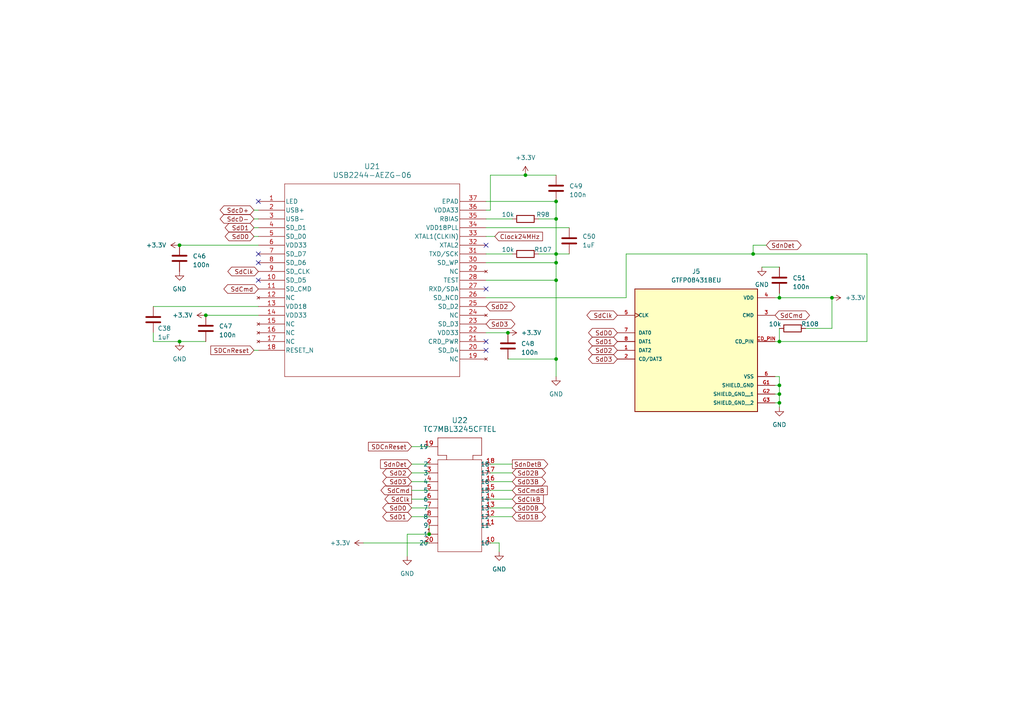
<source format=kicad_sch>
(kicad_sch (version 20230121) (generator eeschema)
  (paper "A4")
  (lib_symbols
    (symbol "Device:C" (pin_numbers hide) (pin_names (offset 0.254))
      (property "Reference" "C" (at 0.635 2.54 0))
      (property "Value" "C" (at 0.635 -2.54 0))
      (symbol "C_0_1"
        (polyline (pts (xy -2.032 -0.762) (xy 2.032 -0.762)) (stroke (width 0.508)))
        (polyline (pts (xy -2.032 0.762) (xy 2.032 0.762)) (stroke (width 0.508)))
      )
      (symbol "C_1_1"
        (pin passive line (at 0 3.81 270) (length 2.794) (name "~") (number "1"))
        (pin passive line (at 0 -3.81 90) (length 2.794) (name "~") (number "2"))
      )
    )
    (symbol "Device:R" (pin_numbers hide) (pin_names (offset 0))
      (property "Reference" "R" (at 2.032 0 90))
      (property "Value" "R" (at 0 0 90))
      (symbol "R_0_1"
        (rectangle (start -1.016 -2.54) (end 1.016 2.54) (stroke (width 0.254)))
      )
      (symbol "R_1_1"
        (pin passive line (at 0 3.81 270) (length 1.27) (name "~") (number "1"))
        (pin passive line (at 0 -3.81 90) (length 1.27) (name "~") (number "2"))
      )
    )
    (symbol "addOnTemplate:USB2244-AEZG-06" (pin_names (offset 0.254))
      (property "Reference" "U" (at 33.02 10.16 0))
      (property "Value" "USB2244-AEZG-06" (at 33.02 7.62 0))
      (symbol "USB2244-AEZG-06_0_1"
        (polyline (pts (xy 7.62 -50.8) (xy 58.42 -50.8)) (stroke (width 0.127)))
        (polyline (pts (xy 7.62 5.08) (xy 7.62 -50.8)) (stroke (width 0.127)))
        (polyline (pts (xy 58.42 -50.8) (xy 58.42 5.08)) (stroke (width 0.127)))
        (polyline (pts (xy 58.42 5.08) (xy 7.62 5.08)) (stroke (width 0.127)))
        (pin bidirectional line (at 0 0 0) (length 7.62) (name "LED") (number "1"))
        (pin bidirectional line (at 0 -22.86 0) (length 7.62) (name "SD_D5") (number "10"))
        (pin bidirectional line (at 0 -25.4 0) (length 7.62) (name "SD_CMD") (number "11"))
        (pin no_connect line (at 0 -27.94 0) (length 7.62) (name "NC") (number "12"))
        (pin power_in line (at 0 -30.48 0) (length 7.62) (name "VDD18") (number "13"))
        (pin power_in line (at 0 -33.02 0) (length 7.62) (name "VDD33") (number "14"))
        (pin no_connect line (at 0 -35.56 0) (length 7.62) (name "NC") (number "15"))
        (pin no_connect line (at 0 -38.1 0) (length 7.62) (name "NC") (number "16"))
        (pin no_connect line (at 0 -40.64 0) (length 7.62) (name "NC") (number "17"))
        (pin input line (at 0 -43.18 0) (length 7.62) (name "RESET_N") (number "18"))
        (pin no_connect line (at 66.04 -45.72 180) (length 7.62) (name "NC") (number "19"))
        (pin bidirectional line (at 0 -2.54 0) (length 7.62) (name "USB+") (number "2"))
        (pin bidirectional line (at 66.04 -43.18 180) (length 7.62) (name "SD_D4") (number "20"))
        (pin bidirectional line (at 66.04 -40.64 180) (length 7.62) (name "CRD_PWR") (number "21"))
        (pin power_in line (at 66.04 -38.1 180) (length 7.62) (name "VDD33") (number "22"))
        (pin bidirectional line (at 66.04 -35.56 180) (length 7.62) (name "SD_D3") (number "23"))
        (pin no_connect line (at 66.04 -33.02 180) (length 7.62) (name "NC") (number "24"))
        (pin bidirectional line (at 66.04 -30.48 180) (length 7.62) (name "SD_D2") (number "25"))
        (pin bidirectional line (at 66.04 -27.94 180) (length 7.62) (name "SD_NCD") (number "26"))
        (pin bidirectional line (at 66.04 -25.4 180) (length 7.62) (name "RXD/SDA") (number "27"))
        (pin input line (at 66.04 -22.86 180) (length 7.62) (name "TEST") (number "28"))
        (pin no_connect line (at 66.04 -20.32 180) (length 7.62) (name "NC") (number "29"))
        (pin bidirectional line (at 0 -5.08 0) (length 7.62) (name "USB-") (number "3"))
        (pin unspecified line (at 66.04 -17.78 180) (length 7.62) (name "SD_WP") (number "30"))
        (pin bidirectional line (at 66.04 -15.24 180) (length 7.62) (name "TXD/SCK") (number "31"))
        (pin output line (at 66.04 -12.7 180) (length 7.62) (name "XTAL2") (number "32"))
        (pin input line (at 66.04 -10.16 180) (length 7.62) (name "XTAL1(CLKIN)") (number "33"))
        (pin power_in line (at 66.04 -7.62 180) (length 7.62) (name "VDD18PLL") (number "34"))
        (pin input line (at 66.04 -5.08 180) (length 7.62) (name "RBIAS") (number "35"))
        (pin power_in line (at 66.04 -2.54 180) (length 7.62) (name "VDDA33") (number "36"))
        (pin unspecified line (at 66.04 0 180) (length 7.62) (name "EPAD") (number "37"))
        (pin bidirectional line (at 0 -7.62 0) (length 7.62) (name "SD_D1") (number "4"))
        (pin bidirectional line (at 0 -10.16 0) (length 7.62) (name "SD_D0") (number "5"))
        (pin power_in line (at 0 -12.7 0) (length 7.62) (name "VDD33") (number "6"))
        (pin bidirectional line (at 0 -15.24 0) (length 7.62) (name "SD_D7") (number "7"))
        (pin bidirectional line (at 0 -17.78 0) (length 7.62) (name "SD_D6") (number "8"))
        (pin output line (at 0 -20.32 0) (length 7.62) (name "SD_CLK") (number "9"))
      )
    )
    (symbol "cpuAddOn:GTFP08431BEU" (pin_names (offset 1.016))
      (property "Reference" "J" (at -17.78 16.002 0))
      (property "Value" "GTFP08431BEU" (at -17.78 -22.86 0))
      (symbol "GTFP08431BEU_0_0"
        (rectangle (start -17.78 -20.32) (end 17.78 15.24) (stroke (width 0.254)) (fill (type background)))
        (pin bidirectional line (at -22.86 -2.54 0) (length 5.08) (name "DAT2") (number "1"))
        (pin bidirectional line (at -22.86 -5.08 0) (length 5.08) (name "CD/DAT3") (number "2"))
        (pin bidirectional line (at 22.86 7.62 180) (length 5.08) (name "CMD") (number "3"))
        (pin power_in line (at 22.86 12.7 180) (length 5.08) (name "VDD") (number "4"))
        (pin bidirectional clock (at -22.86 7.62 0) (length 5.08) (name "CLK") (number "5"))
        (pin power_in line (at 22.86 -10.16 180) (length 5.08) (name "VSS") (number "6"))
        (pin bidirectional line (at -22.86 2.54 0) (length 5.08) (name "DAT0") (number "7"))
        (pin bidirectional line (at -22.86 0 0) (length 5.08) (name "DAT1") (number "8"))
        (pin bidirectional line (at 22.86 0 180) (length 5.08) (name "CD_PIN") (number "CD_PIN"))
        (pin power_in line (at 22.86 -12.7 180) (length 5.08) (name "SHIELD_GND") (number "G1"))
        (pin power_in line (at 22.86 -15.24 180) (length 5.08) (name "SHIELD_GND__1") (number "G2"))
        (pin power_in line (at 22.86 -17.78 180) (length 5.08) (name "SHIELD_GND__2") (number "G3"))
      )
    )
    (symbol "cpuAddOn:TC7MBL3245CFTEL" (pin_names (offset 0.254))
      (property "Reference" "U" (at 0 0 0))
      (property "Value" "TC7MBL3245CFTEL" (at 0 0 0))
      (symbol "TC7MBL3245CFTEL_0_1"
        (polyline (pts (xy -2.54 -30.48) (xy 0 -30.48)))
        (polyline (pts (xy -2.54 -27.94) (xy 0 -27.94)))
        (polyline (pts (xy -2.54 -25.4) (xy 0 -25.4)))
        (polyline (pts (xy -2.54 -22.86) (xy 0 -22.86)))
        (polyline (pts (xy -2.54 -20.32) (xy 0 -20.32)))
        (polyline (pts (xy -2.54 -17.78) (xy 0 -17.78)))
        (polyline (pts (xy -2.54 -15.24) (xy 0 -15.24)))
        (polyline (pts (xy -2.54 -12.7) (xy 0 -12.7)))
        (polyline (pts (xy -2.54 -10.16) (xy 0 -10.16)))
        (polyline (pts (xy -2.54 -7.62) (xy 0 -7.62)))
        (polyline (pts (xy -2.54 -2.54) (xy 0 -2.54)))
        (polyline (pts (xy 0 -33.02) (xy 0 -6.35)) (stroke (width 0.127)))
        (polyline (pts (xy 0 -6.35) (xy 12.7 -6.35)) (stroke (width 0.127)))
        (polyline (pts (xy 0 -5.08) (xy 0 0)))
        (polyline (pts (xy 0 0) (xy 12.7 0)))
        (polyline (pts (xy 2.54 -5.08) (xy 0 -5.08)))
        (polyline (pts (xy 2.54 -5.08) (xy 2.54 -6.35)))
        (polyline (pts (xy 10.16 -5.08) (xy 10.16 -6.35)))
        (polyline (pts (xy 12.7 -33.02) (xy 0 -33.02)) (stroke (width 0.127)))
        (polyline (pts (xy 12.7 -6.35) (xy 12.7 -33.02)) (stroke (width 0.127)))
        (polyline (pts (xy 12.7 -5.08) (xy 10.16 -5.08)))
        (polyline (pts (xy 12.7 0) (xy 12.7 -5.08)))
        (polyline (pts (xy 15.24 -30.48) (xy 12.7 -30.48)))
        (polyline (pts (xy 15.24 -25.4) (xy 12.7 -25.4)))
        (polyline (pts (xy 15.24 -22.86) (xy 12.7 -22.86)))
        (polyline (pts (xy 15.24 -20.32) (xy 12.7 -20.32)))
        (polyline (pts (xy 15.24 -17.78) (xy 12.7 -17.78)))
        (polyline (pts (xy 15.24 -15.24) (xy 12.7 -15.24)))
        (polyline (pts (xy 15.24 -12.7) (xy 12.7 -12.7)))
        (polyline (pts (xy 15.24 -10.16) (xy 12.7 -10.16)))
        (polyline (pts (xy 15.24 -7.62) (xy 12.7 -7.62)))
        (pin unspecified line (at -2.5146 -27.94 180) (length 0.0254) (name "1") (number "1"))
        (pin unspecified line (at 15.2654 -30.48 180) (length 0.0254) (name "10") (number "10"))
        (pin unspecified line (at 15.2654 -25.4 180) (length 0.0254) (name "11") (number "11"))
        (pin unspecified line (at 15.2654 -22.86 180) (length 0.0254) (name "12") (number "12"))
        (pin unspecified line (at 15.2654 -20.32 180) (length 0.0254) (name "13") (number "13"))
        (pin unspecified line (at 15.2654 -17.78 180) (length 0.0254) (name "14") (number "14"))
        (pin unspecified line (at 15.2654 -15.24 180) (length 0.0254) (name "15") (number "15"))
        (pin unspecified line (at 15.2654 -12.7 180) (length 0.0254) (name "16") (number "16"))
        (pin unspecified line (at 15.2654 -10.16 180) (length 0.0254) (name "17") (number "17"))
        (pin unspecified line (at 15.2654 -7.62 180) (length 0.0254) (name "18") (number "18"))
        (pin unspecified line (at -2.5146 -2.54 180) (length 0.0254) (name "19") (number "19"))
        (pin unspecified line (at -2.5146 -7.62 180) (length 0.0254) (name "2") (number "2"))
        (pin unspecified line (at -2.5146 -30.48 180) (length 0.0254) (name "20") (number "20"))
        (pin unspecified line (at -2.5146 -10.16 180) (length 0.0254) (name "3") (number "3"))
        (pin unspecified line (at -2.5146 -12.7 180) (length 0.0254) (name "4") (number "4"))
        (pin unspecified line (at -2.5146 -15.24 180) (length 0.0254) (name "5") (number "5"))
        (pin unspecified line (at -2.5146 -17.78 180) (length 0.0254) (name "6") (number "6"))
        (pin unspecified line (at -2.5146 -20.32 180) (length 0.0254) (name "7") (number "7"))
        (pin unspecified line (at -2.5146 -22.86 180) (length 0.0254) (name "8") (number "8"))
        (pin unspecified line (at -2.5146 -25.4 180) (length 0.0254) (name "9") (number "9"))
      )
    )
    (symbol "power:+3.3V" (power) (pin_names (offset 0))
      (property "Value" "+3.3V" (at 0 3.556 0))
      (symbol "+3.3V_0_1"
        (polyline (pts (xy -0.762 1.27) (xy 0 2.54)))
        (polyline (pts (xy 0 0) (xy 0 2.54)))
        (polyline (pts (xy 0 2.54) (xy 0.762 1.27)))
      )
      (symbol "+3.3V_1_1"
        (pin power_in line (at 0 0 90) (length 0) hide (name "+3.3V") (number "1"))
      )
    )
    (symbol "power:GND" (power) (pin_names (offset 0))
      (property "Value" "GND" (at 0 -3.81 0))
      (symbol "GND_0_1"
        (polyline (pts (xy 0 0) (xy 0 -1.27) (xy 1.27 -1.27) (xy 0 -2.54) (xy -1.27 -1.27) (xy 0 -1.27)))
      )
      (symbol "GND_1_1"
        (pin power_in line (at 0 0 270) (length 0) hide (name "GND") (number "1"))
      )
    )
  )
  (junction (at 59.69 91.44))
  (junction (at 241.3 86.36))
  (junction (at 147.32 96.52))
  (junction (at 152.4 50.8))
  (junction (at 226.06 111.76))
  (junction (at 124.46 154.94))
  (junction (at 161.29 63.5))
  (junction (at 161.29 76.2))
  (junction (at 226.06 99.06))
  (junction (at 161.29 104.14))
  (junction (at 161.29 81.28))
  (junction (at 52.07 71.12))
  (junction (at 161.29 73.66))
  (junction (at 161.29 58.42))
  (junction (at 52.07 99.06))
  (junction (at 218.44 73.66))
  (junction (at 226.06 114.3))
  (junction (at 226.06 86.36))
  (junction (at 226.06 116.84))
  (no_connect (at 74.93 76.2))
  (no_connect (at 140.97 71.12))
  (no_connect (at 74.93 58.42))
  (no_connect (at 74.93 81.28))
  (no_connect (at 74.93 73.66))
  (no_connect (at 140.97 101.6))
  (no_connect (at 140.97 83.82))
  (no_connect (at 140.97 99.06))
  (wire (pts (xy 119.38 137.16) (xy 124.4854 137.16)))
  (wire (pts (xy 73.66 66.04) (xy 74.93 66.04)))
  (wire (pts (xy 73.66 101.6) (xy 74.93 101.6)))
  (wire (pts (xy 142.2654 157.48) (xy 144.78 157.48)))
  (wire (pts (xy 161.29 73.66) (xy 165.1 73.66)))
  (wire (pts (xy 140.97 73.66) (xy 148.59 73.66)))
  (wire (pts (xy 218.44 73.66) (xy 251.46 73.66)))
  (wire (pts (xy 147.32 104.14) (xy 161.29 104.14)))
  (wire (pts (xy 44.45 88.9) (xy 74.93 88.9)))
  (wire (pts (xy 224.79 86.36) (xy 226.06 86.36)))
  (wire (pts (xy 140.97 66.04) (xy 165.1 66.04)))
  (wire (pts (xy 222.25 71.12) (xy 218.44 71.12)))
  (wire (pts (xy 226.06 111.76) (xy 226.06 114.3)))
  (wire (pts (xy 226.06 95.25) (xy 226.06 99.06)))
  (wire (pts (xy 124.46 154.94) (xy 124.4854 154.94)))
  (wire (pts (xy 226.06 114.3) (xy 226.06 116.84)))
  (wire (pts (xy 142.2654 149.86) (xy 148.59 149.86)))
  (wire (pts (xy 73.66 63.5) (xy 74.93 63.5)))
  (wire (pts (xy 226.06 116.84) (xy 226.06 118.11)))
  (wire (pts (xy 142.2654 144.78) (xy 148.59 144.78)))
  (wire (pts (xy 161.29 58.42) (xy 161.29 63.5)))
  (wire (pts (xy 142.2654 137.16) (xy 148.59 137.16)))
  (wire (pts (xy 224.79 114.3) (xy 226.06 114.3)))
  (wire (pts (xy 52.07 71.12) (xy 74.93 71.12)))
  (wire (pts (xy 44.45 99.06) (xy 52.07 99.06)))
  (wire (pts (xy 140.97 96.52) (xy 147.32 96.52)))
  (wire (pts (xy 52.07 99.06) (xy 59.69 99.06)))
  (wire (pts (xy 142.2654 139.7) (xy 148.59 139.7)))
  (wire (pts (xy 226.06 109.22) (xy 226.06 111.76)))
  (wire (pts (xy 119.38 139.7) (xy 124.4854 139.7)))
  (wire (pts (xy 220.98 77.47) (xy 226.06 77.47)))
  (wire (pts (xy 251.46 73.66) (xy 251.46 99.06)))
  (wire (pts (xy 59.69 91.44) (xy 74.93 91.44)))
  (wire (pts (xy 119.38 134.62) (xy 124.4854 134.62)))
  (wire (pts (xy 241.3 95.25) (xy 241.3 86.36)))
  (wire (pts (xy 140.97 63.5) (xy 148.59 63.5)))
  (wire (pts (xy 152.4 50.8) (xy 142.24 50.8)))
  (wire (pts (xy 142.2654 142.24) (xy 148.59 142.24)))
  (wire (pts (xy 140.97 86.36) (xy 181.61 86.36)))
  (wire (pts (xy 142.24 50.8) (xy 142.24 60.96)))
  (wire (pts (xy 124.46 154.94) (xy 118.11 154.94)))
  (wire (pts (xy 142.2654 147.32) (xy 148.59 147.32)))
  (wire (pts (xy 142.24 60.96) (xy 140.97 60.96)))
  (wire (pts (xy 140.97 81.28) (xy 161.29 81.28)))
  (wire (pts (xy 161.29 63.5) (xy 161.29 73.66)))
  (wire (pts (xy 156.21 73.66) (xy 161.29 73.66)))
  (wire (pts (xy 251.46 99.06) (xy 226.06 99.06)))
  (wire (pts (xy 161.29 76.2) (xy 161.29 81.28)))
  (wire (pts (xy 161.29 50.8) (xy 152.4 50.8)))
  (wire (pts (xy 124.4854 152.4) (xy 124.46 152.4)))
  (wire (pts (xy 161.29 73.66) (xy 161.29 76.2)))
  (wire (pts (xy 73.66 68.58) (xy 74.93 68.58)))
  (wire (pts (xy 161.29 81.28) (xy 161.29 104.14)))
  (wire (pts (xy 156.21 63.5) (xy 161.29 63.5)))
  (wire (pts (xy 226.06 85.09) (xy 226.06 86.36)))
  (wire (pts (xy 73.66 60.96) (xy 74.93 60.96)))
  (wire (pts (xy 142.2654 134.62) (xy 148.59 134.62)))
  (wire (pts (xy 224.79 109.22) (xy 226.06 109.22)))
  (wire (pts (xy 124.46 152.4) (xy 124.46 154.94)))
  (wire (pts (xy 44.45 96.52) (xy 44.45 99.06)))
  (wire (pts (xy 142.24 152.4) (xy 142.2654 152.4)))
  (wire (pts (xy 119.38 144.78) (xy 124.4854 144.78)))
  (wire (pts (xy 118.11 154.94) (xy 118.11 161.29)))
  (wire (pts (xy 218.44 71.12) (xy 218.44 73.66)))
  (wire (pts (xy 140.97 58.42) (xy 161.29 58.42)))
  (wire (pts (xy 119.38 142.24) (xy 124.4854 142.24)))
  (wire (pts (xy 140.97 76.2) (xy 161.29 76.2)))
  (wire (pts (xy 233.68 95.25) (xy 241.3 95.25)))
  (wire (pts (xy 161.29 104.14) (xy 161.29 109.22)))
  (wire (pts (xy 181.61 73.66) (xy 218.44 73.66)))
  (wire (pts (xy 119.38 129.54) (xy 124.4854 129.54)))
  (wire (pts (xy 105.41 157.48) (xy 124.4854 157.48)))
  (wire (pts (xy 181.61 86.36) (xy 181.61 73.66)))
  (wire (pts (xy 226.06 99.06) (xy 224.79 99.06)))
  (wire (pts (xy 226.06 86.36) (xy 241.3 86.36)))
  (wire (pts (xy 144.78 160.02) (xy 144.78 157.48)))
  (wire (pts (xy 119.38 149.86) (xy 124.4854 149.86)))
  (wire (pts (xy 140.97 68.58) (xy 143.51 68.58)))
  (wire (pts (xy 224.79 111.76) (xy 226.06 111.76)))
  (wire (pts (xy 224.79 116.84) (xy 226.06 116.84)))
  (wire (pts (xy 119.38 147.32) (xy 124.4854 147.32)))
  (global_label "SdCmdB" (shape input) (at 148.59 142.24 0) (property "Intersheetrefs" "${INTERSHEET_REFS}" (effects hide)))
  (global_label "SdClk" (shape output) (at 119.38 144.78 180) (property "Intersheetrefs" "${INTERSHEET_REFS}" (effects hide)))
  (global_label "SdD2B" (shape bidirectional) (at 148.59 137.16 0) (property "Intersheetrefs" "${INTERSHEET_REFS}" (effects hide)))
  (global_label "SdCmd" (shape bidirectional) (at 74.93 83.82 180) (property "Intersheetrefs" "${INTERSHEET_REFS}" (effects hide)))
  (global_label "SdD2" (shape bidirectional) (at 119.38 137.16 180) (property "Intersheetrefs" "${INTERSHEET_REFS}" (effects hide)))
  (global_label "SdD0B" (shape bidirectional) (at 148.59 147.32 0) (property "Intersheetrefs" "${INTERSHEET_REFS}" (effects hide)))
  (global_label "SdD3" (shape bidirectional) (at 179.07 104.14 180) (property "Intersheetrefs" "${INTERSHEET_REFS}" (effects hide)))
  (global_label "SdD2" (shape bidirectional) (at 140.97 88.9 0) (property "Intersheetrefs" "${INTERSHEET_REFS}" (effects hide)))
  (global_label "SDCnReset" (shape input) (at 73.66 101.6 180) (property "Intersheetrefs" "${INTERSHEET_REFS}" (effects hide)))
  (global_label "SdClkB" (shape input) (at 148.59 144.78 0) (property "Intersheetrefs" "${INTERSHEET_REFS}" (effects hide)))
  (global_label "SdD3" (shape bidirectional) (at 140.97 93.98 0) (property "Intersheetrefs" "${INTERSHEET_REFS}" (effects hide)))
  (global_label "SdD1" (shape bidirectional) (at 73.66 66.04 180) (property "Intersheetrefs" "${INTERSHEET_REFS}" (effects hide)))
  (global_label "SdD0" (shape bidirectional) (at 73.66 68.58 180) (property "Intersheetrefs" "${INTERSHEET_REFS}" (effects hide)))
  (global_label "SdD3" (shape bidirectional) (at 119.38 139.7 180) (property "Intersheetrefs" "${INTERSHEET_REFS}" (effects hide)))
  (global_label "SdD1B" (shape bidirectional) (at 148.59 149.86 0) (property "Intersheetrefs" "${INTERSHEET_REFS}" (effects hide)))
  (global_label "SDCnReset" (shape input) (at 119.38 129.54 180) (property "Intersheetrefs" "${INTERSHEET_REFS}" (effects hide)))
  (global_label "SdcD-" (shape bidirectional) (at 73.66 63.5 180) (property "Intersheetrefs" "${INTERSHEET_REFS}" (effects hide)))
  (global_label "SdD0" (shape bidirectional) (at 119.38 147.32 180) (property "Intersheetrefs" "${INTERSHEET_REFS}" (effects hide)))
  (global_label "SdD1" (shape bidirectional) (at 179.07 99.06 180) (property "Intersheetrefs" "${INTERSHEET_REFS}" (effects hide)))
  (global_label "SdD3B" (shape bidirectional) (at 148.59 139.7 0) (property "Intersheetrefs" "${INTERSHEET_REFS}" (effects hide)))
  (global_label "SdD0" (shape bidirectional) (at 179.07 96.52 180) (property "Intersheetrefs" "${INTERSHEET_REFS}" (effects hide)))
  (global_label "SdnDet" (shape bidirectional) (at 222.25 71.12 0) (property "Intersheetrefs" "${INTERSHEET_REFS}" (effects hide)))
  (global_label "SdnDet" (shape input) (at 119.38 134.62 180) (property "Intersheetrefs" "${INTERSHEET_REFS}" (effects hide)))
  (global_label "SdD1" (shape bidirectional) (at 119.38 149.86 180) (property "Intersheetrefs" "${INTERSHEET_REFS}" (effects hide)))
  (global_label "SdClk" (shape bidirectional) (at 179.07 91.44 180) (property "Intersheetrefs" "${INTERSHEET_REFS}" (effects hide)))
  (global_label "Clock24MHz" (shape input) (at 143.51 68.58 0) (property "Intersheetrefs" "${INTERSHEET_REFS}" (effects hide)))
  (global_label "SdClk" (shape bidirectional) (at 74.93 78.74 180) (property "Intersheetrefs" "${INTERSHEET_REFS}" (effects hide)))
  (global_label "SdCmd" (shape output) (at 119.38 142.24 180) (property "Intersheetrefs" "${INTERSHEET_REFS}" (effects hide)))
  (global_label "SdnDetB" (shape output) (at 148.59 134.62 0) (property "Intersheetrefs" "${INTERSHEET_REFS}" (effects hide)))
  (global_label "SdD2" (shape bidirectional) (at 179.07 101.6 180) (property "Intersheetrefs" "${INTERSHEET_REFS}" (effects hide)))
  (global_label "SdCmd" (shape bidirectional) (at 224.79 91.44 0) (property "Intersheetrefs" "${INTERSHEET_REFS}" (effects hide)))
  (global_label "SdcD+" (shape bidirectional) (at 73.66 60.96 180) (property "Intersheetrefs" "${INTERSHEET_REFS}" (effects hide)))
  (symbol (lib_id "power:GND") (at 161.29 109.22 0) (unit 1)
    (property "Reference" "#PWR0137" (effects hide))
    (property "Value" "GND" (at 161.29 114.3 0))
  )
  (symbol (lib_id "power:GND") (at 118.11 161.29 0) (unit 1)
    (property "Reference" "#PWR0134" (effects hide))
    (property "Value" "GND" (at 118.11 166.37 0))
  )
  (symbol (lib_id "Device:C") (at 44.45 92.71 0) (unit 1)
    (property "Reference" "C38" (at 45.72 95.25 0) (effects (justify left)))
    (property "Value" "1uF" (at 45.72 97.79 0) (effects (justify left)))
    (property "Footprint" "Capacitor_SMD:C_0402_1005Metric" (effects hide))
  )
  (symbol (lib_id "Device:C") (at 165.1 69.85 0) (unit 1)
    (property "Reference" "C50" (at 168.91 68.58 0) (effects (justify left)))
    (property "Value" "1uF" (at 168.91 71.12 0) (effects (justify left)))
    (property "Footprint" "Capacitor_SMD:C_0402_1005Metric" (effects hide))
  )
  (symbol (lib_id "power:+3.3V") (at 59.69 91.44 90) (unit 1)
    (property "Reference" "#PWR0121" (effects hide))
    (property "Value" "+3.3V" (at 55.88 91.44 90) (effects (justify left)))
  )
  (symbol (lib_id "power:+3.3V") (at 105.41 157.48 90) (unit 1)
    (property "Reference" "#PWR0126" (effects hide))
    (property "Value" "+3.3V" (at 101.6 157.48 90) (effects (justify left)))
  )
  (symbol (lib_id "power:GND") (at 220.98 77.47 0) (unit 1)
    (property "Reference" "#PWR0138" (effects hide))
    (property "Value" "GND" (at 220.98 82.55 0))
  )
  (symbol (lib_id "cpuAddOn:TC7MBL3245CFTEL") (at 127 127 0) (unit 1)
    (property "Reference" "U22" (at 133.35 121.92 0) (effects (font (size 1.524 1.524))))
    (property "Value" "TC7MBL3245CFTEL" (at 133.35 124.46 0) (effects (font (size 1.524 1.524))))
    (property "Footprint" "gecko4education:TSSOP20_TOS" (effects hide))
    (property "Datasheet" "TC7MBL3245CFTEL" (effects hide))
  )
  (symbol (lib_id "Device:R") (at 152.4 63.5 90) (unit 1)
    (property "Reference" "R98" (at 157.48 62.23 90))
    (property "Value" "10k" (at 147.32 62.23 90))
    (property "Footprint" "Resistor_SMD:R_0402_1005Metric" (effects hide))
  )
  (symbol (lib_id "Device:C") (at 52.07 74.93 0) (unit 1)
    (property "Reference" "C46" (at 55.88 74.295 0) (effects (justify left)))
    (property "Value" "100n" (at 55.88 76.835 0) (effects (justify left)))
    (property "Footprint" "Capacitor_SMD:C_0402_1005Metric" (effects hide))
  )
  (symbol (lib_id "power:GND") (at 144.78 160.02 0) (unit 1)
    (property "Reference" "#PWR0141" (effects hide))
    (property "Value" "GND" (at 144.78 165.1 0))
  )
  (symbol (lib_id "power:+3.3V") (at 152.4 50.8 0) (unit 1)
    (property "Reference" "#PWR0136" (effects hide))
    (property "Value" "+3.3V" (at 152.4 45.72 0))
  )
  (symbol (lib_id "cpuAddOn:GTFP08431BEU") (at 201.93 99.06 0) (unit 1)
    (property "Reference" "J5" (at 201.93 78.74 0))
    (property "Value" "GTFP08431BEU" (at 201.93 81.28 0))
    (property "Footprint" "gecko4education:AMPHENOL_GTFP08431BEU" (effects hide))
    (property "PARTREV" "F" (effects hide))
    (property "STANDARD" "Manufacturer Recommendations" (effects hide))
    (property "SNAPEDA_PN" "GTFP08431BEU" (effects hide))
    (property "MAXIMUM_PACKAGE_HEIGHT" "1.85 mm" (effects hide))
    (property "MANUFACTURER" "Amphenol" (effects hide))
  )
  (symbol (lib_id "power:GND") (at 52.07 78.74 0) (unit 1)
    (property "Reference" "#PWR091" (effects hide))
    (property "Value" "GND" (at 52.07 83.82 0))
  )
  (symbol (lib_id "power:+3.3V") (at 52.07 71.12 90) (unit 1)
    (property "Reference" "#PWR089" (effects hide))
    (property "Value" "+3.3V" (at 48.26 71.12 90) (effects (justify left)))
  )
  (symbol (lib_id "Device:C") (at 147.32 100.33 0) (unit 1)
    (property "Reference" "C48" (at 151.13 99.695 0) (effects (justify left)))
    (property "Value" "100n" (at 151.13 102.235 0) (effects (justify left)))
    (property "Footprint" "Capacitor_SMD:C_0402_1005Metric" (effects hide))
  )
  (symbol (lib_id "Device:C") (at 59.69 95.25 0) (unit 1)
    (property "Reference" "C47" (at 63.5 94.615 0) (effects (justify left)))
    (property "Value" "100n" (at 63.5 97.155 0) (effects (justify left)))
    (property "Footprint" "Capacitor_SMD:C_0402_1005Metric" (effects hide))
  )
  (symbol (lib_id "power:GND") (at 226.06 118.11 0) (unit 1)
    (property "Reference" "#PWR0139" (effects hide))
    (property "Value" "GND" (at 226.06 123.19 0))
  )
  (symbol (lib_id "power:+3.3V") (at 147.32 96.52 270) (unit 1)
    (property "Reference" "#PWR0135" (effects hide))
    (property "Value" "+3.3V" (at 151.13 96.52 90) (effects (justify left)))
  )
  (symbol (lib_id "power:GND") (at 52.07 99.06 0) (unit 1)
    (property "Reference" "#PWR0110" (effects hide))
    (property "Value" "GND" (at 52.07 104.14 0))
  )
  (symbol (lib_id "Device:C") (at 226.06 81.28 0) (unit 1)
    (property "Reference" "C51" (at 229.87 80.645 0) (effects (justify left)))
    (property "Value" "100n" (at 229.87 83.185 0) (effects (justify left)))
    (property "Footprint" "Capacitor_SMD:C_0402_1005Metric" (effects hide))
  )
  (symbol (lib_id "Device:R") (at 229.87 95.25 90) (unit 1)
    (property "Reference" "R108" (at 234.95 93.98 90))
    (property "Value" "10k" (at 224.79 93.98 90))
    (property "Footprint" "Resistor_SMD:R_0402_1005Metric" (effects hide))
  )
  (symbol (lib_id "Device:R") (at 152.4 73.66 90) (unit 1)
    (property "Reference" "R107" (at 157.48 72.39 90))
    (property "Value" "10k" (at 147.32 72.39 90))
    (property "Footprint" "Resistor_SMD:R_0402_1005Metric" (effects hide))
  )
  (symbol (lib_id "addOnTemplate:USB2244-AEZG-06") (at 74.93 58.42 0) (unit 1)
    (property "Reference" "U21" (at 107.95 48.26 0) (effects (font (size 1.524 1.524))))
    (property "Value" "USB2244-AEZG-06" (at 107.95 50.8 0) (effects (font (size 1.524 1.524))))
    (property "Footprint" "gecko4education:QFN36_6X6MC_MCH" (effects hide))
    (property "Datasheet" "USB2244-AEZG-06" (effects hide))
  )
  (symbol (lib_id "power:+3.3V") (at 241.3 86.36 270) (unit 1)
    (property "Reference" "#PWR0140" (effects hide))
    (property "Value" "+3.3V" (at 245.11 86.36 90) (effects (justify left)))
  )
  (symbol (lib_id "Device:C") (at 161.29 54.61 0) (unit 1)
    (property "Reference" "C49" (at 165.1 53.975 0) (effects (justify left)))
    (property "Value" "100n" (at 165.1 56.515 0) (effects (justify left)))
    (property "Footprint" "Capacitor_SMD:C_0402_1005Metric" (effects hide))
  )
)
</source>
